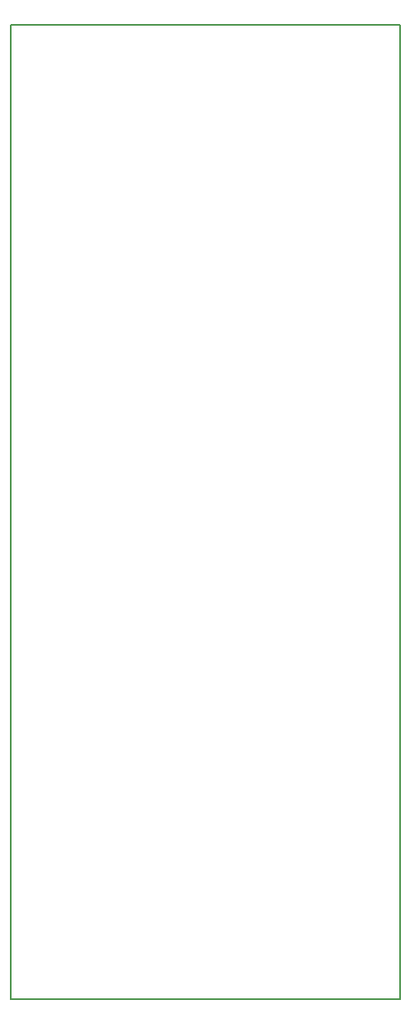
<source format=gbr>
%TF.GenerationSoftware,KiCad,Pcbnew,(5.0.1)-3*%
%TF.CreationDate,2020-04-22T23:17:11+01:00*%
%TF.ProjectId,board,626F6172642E6B696361645F70636200,rev?*%
%TF.SameCoordinates,Original*%
%TF.FileFunction,Profile,NP*%
%FSLAX46Y46*%
G04 Gerber Fmt 4.6, Leading zero omitted, Abs format (unit mm)*
G04 Created by KiCad (PCBNEW (5.0.1)-3) date 22/04/2020 23:17:11*
%MOMM*%
%LPD*%
G01*
G04 APERTURE LIST*
%ADD10C,0.150000*%
G04 APERTURE END LIST*
D10*
X57658000Y-12700000D02*
X17780000Y-12700000D01*
X57658000Y-112268000D02*
X57658000Y-12700000D01*
X17780000Y-112268000D02*
X57658000Y-112268000D01*
X17780000Y-12700000D02*
X17780000Y-112268000D01*
M02*

</source>
